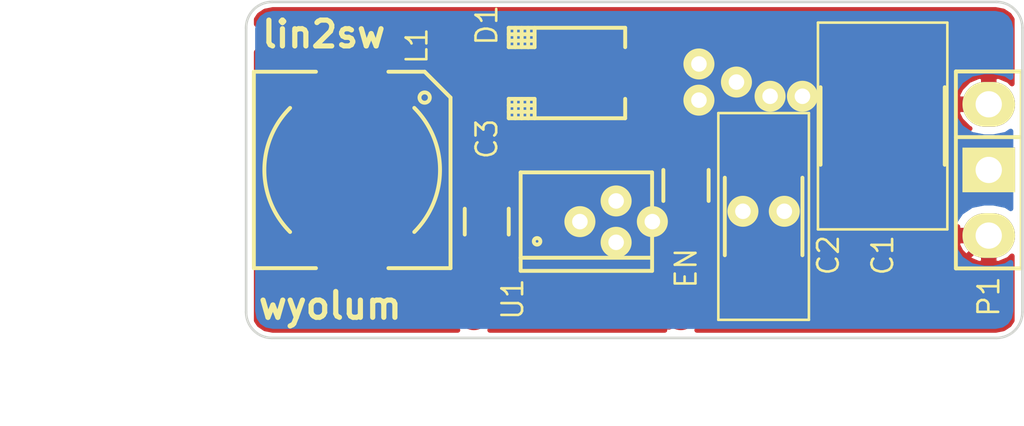
<source format=kicad_pcb>
(kicad_pcb (version 4) (host pcbnew "(2015-07-01 BZR 5850)-product")

  (general
    (links 30)
    (no_connects 0)
    (area 24.949999 24.949999 55.050001 38.050001)
    (thickness 1.6)
    (drawings 12)
    (tracks 79)
    (zones 0)
    (modules 21)
    (nets 7)
  )

  (page A4)
  (layers
    (0 F.Cu signal hide)
    (31 B.Cu signal hide)
    (32 B.Adhes user)
    (33 F.Adhes user)
    (34 B.Paste user)
    (35 F.Paste user)
    (36 B.SilkS user)
    (37 F.SilkS user)
    (38 B.Mask user hide)
    (39 F.Mask user)
    (40 Dwgs.User user)
    (41 Cmts.User user)
    (42 Eco1.User user)
    (43 Eco2.User user)
    (44 Edge.Cuts user)
    (45 Margin user)
    (46 B.CrtYd user)
    (47 F.CrtYd user)
    (48 B.Fab user)
    (49 F.Fab user)
  )

  (setup
    (last_trace_width 0.25)
    (trace_clearance 0.2)
    (zone_clearance 0.3)
    (zone_45_only yes)
    (trace_min 0.2)
    (segment_width 0.2)
    (edge_width 0.1)
    (via_size 0.6)
    (via_drill 0.4)
    (via_min_size 0.4)
    (via_min_drill 0.3)
    (uvia_size 0.3)
    (uvia_drill 0.1)
    (uvias_allowed no)
    (uvia_min_size 0.2)
    (uvia_min_drill 0.1)
    (pcb_text_width 0.3)
    (pcb_text_size 1.5 1.5)
    (mod_edge_width 0.15)
    (mod_text_size 0.8 0.8)
    (mod_text_width 0.1)
    (pad_size 1.7272 2.032)
    (pad_drill 1.016)
    (pad_to_mask_clearance 0)
    (aux_axis_origin 0 0)
    (visible_elements FFFFFF7F)
    (pcbplotparams
      (layerselection 0x00030_80000001)
      (usegerberextensions false)
      (excludeedgelayer true)
      (linewidth 0.050000)
      (plotframeref false)
      (viasonmask false)
      (mode 1)
      (useauxorigin false)
      (hpglpennumber 1)
      (hpglpenspeed 20)
      (hpglpendiameter 15)
      (hpglpenoverlay 2)
      (psnegative false)
      (psa4output false)
      (plotreference true)
      (plotvalue true)
      (plotinvisibletext false)
      (padsonsilk false)
      (subtractmaskfromsilk false)
      (outputformat 1)
      (mirror false)
      (drillshape 1)
      (scaleselection 1)
      (outputdirectory ""))
  )

  (net 0 "")
  (net 1 /CB)
  (net 2 /Vout)
  (net 3 "Net-(U1-Pad5)")
  (net 4 /GND)
  (net 5 /Vin)
  (net 6 /Vsw)

  (net_class Default "This is the default net class."
    (clearance 0.2)
    (trace_width 0.25)
    (via_dia 0.6)
    (via_drill 0.4)
    (uvia_dia 0.3)
    (uvia_drill 0.1)
    (add_net /CB)
    (add_net /GND)
    (add_net /Vin)
    (add_net /Vout)
    (add_net /Vsw)
    (add_net "Net-(U1-Pad5)")
  )

  (module lin2sw:via01 (layer F.Cu) (tedit 55DEF2D6) (tstamp 55DEF47E)
    (at 46.5 28.65)
    (fp_text reference REF** (at 0 1.25) (layer F.SilkS) hide
      (effects (font (size 0.8 0.8) (thickness 0.1)))
    )
    (fp_text value via01 (at 0 -1.5) (layer F.Fab) hide
      (effects (font (size 0.8 0.8) (thickness 0.1)))
    )
    (pad 1 thru_hole circle (at 0 0) (size 1.2 1.2) (drill 0.6) (layers *.Cu *.Mask F.SilkS)
      (net 4 /GND))
  )

  (module lin2sw:via01 (layer F.Cu) (tedit 55DEF2D6) (tstamp 55DEF441)
    (at 42.5 28.8)
    (fp_text reference REF** (at 0 1.25) (layer F.SilkS) hide
      (effects (font (size 0.8 0.8) (thickness 0.1)))
    )
    (fp_text value via01 (at 0 -1.5) (layer F.Fab) hide
      (effects (font (size 0.8 0.8) (thickness 0.1)))
    )
    (pad 1 thru_hole circle (at 0 0) (size 1.2 1.2) (drill 0.6) (layers *.Cu *.Mask F.SilkS)
      (net 4 /GND))
  )

  (module lin2sw:via01 (layer F.Cu) (tedit 55DEF2D6) (tstamp 55DEF43C)
    (at 42.5 27.4)
    (fp_text reference REF** (at 0 1.25) (layer F.SilkS) hide
      (effects (font (size 0.8 0.8) (thickness 0.1)))
    )
    (fp_text value via01 (at 0 -1.5) (layer F.Fab) hide
      (effects (font (size 0.8 0.8) (thickness 0.1)))
    )
    (pad 1 thru_hole circle (at 0 0) (size 1.2 1.2) (drill 0.6) (layers *.Cu *.Mask F.SilkS)
      (net 4 /GND))
  )

  (module lin2sw:via01 (layer F.Cu) (tedit 55DEF2D6) (tstamp 55DEF437)
    (at 44.2 33.1)
    (fp_text reference REF** (at 0 1.25) (layer F.SilkS) hide
      (effects (font (size 0.8 0.8) (thickness 0.1)))
    )
    (fp_text value via01 (at 0 -1.5) (layer F.Fab) hide
      (effects (font (size 0.8 0.8) (thickness 0.1)))
    )
    (pad 1 thru_hole circle (at 0 0) (size 1.2 1.2) (drill 0.6) (layers *.Cu *.Mask F.SilkS)
      (net 4 /GND))
  )

  (module lin2sw:via01 (layer F.Cu) (tedit 55DEF2D6) (tstamp 55DEF3FF)
    (at 45.25 28.65)
    (fp_text reference REF** (at 0 1.25) (layer F.SilkS) hide
      (effects (font (size 0.8 0.8) (thickness 0.1)))
    )
    (fp_text value via01 (at 0 -1.5) (layer F.Fab) hide
      (effects (font (size 0.8 0.8) (thickness 0.1)))
    )
    (pad 1 thru_hole circle (at 0 0) (size 1.2 1.2) (drill 0.6) (layers *.Cu *.Mask F.SilkS)
      (net 4 /GND))
  )

  (module lin2sw:via01 (layer F.Cu) (tedit 55DEF2D6) (tstamp 55DEF3FA)
    (at 43.95 28.1)
    (fp_text reference REF** (at 0 1.25) (layer F.SilkS) hide
      (effects (font (size 0.8 0.8) (thickness 0.1)))
    )
    (fp_text value via01 (at 0 -1.5) (layer F.Fab) hide
      (effects (font (size 0.8 0.8) (thickness 0.1)))
    )
    (pad 1 thru_hole circle (at 0 0) (size 1.2 1.2) (drill 0.6) (layers *.Cu *.Mask F.SilkS)
      (net 4 /GND))
  )

  (module lin2sw:via01 (layer F.Cu) (tedit 55DEF2D6) (tstamp 55DEF3F5)
    (at 45.8 33.1)
    (fp_text reference REF** (at 0 1.25) (layer F.SilkS) hide
      (effects (font (size 0.8 0.8) (thickness 0.1)))
    )
    (fp_text value via01 (at 0 -1.5) (layer F.Fab) hide
      (effects (font (size 0.8 0.8) (thickness 0.1)))
    )
    (pad 1 thru_hole circle (at 0 0) (size 1.2 1.2) (drill 0.6) (layers *.Cu *.Mask F.SilkS)
      (net 4 /GND))
  )

  (module lin2sw:via01 (layer F.Cu) (tedit 55DEF2D6) (tstamp 55DEF3F0)
    (at 40.7 33.5)
    (fp_text reference REF** (at 0 1.25) (layer F.SilkS) hide
      (effects (font (size 0.8 0.8) (thickness 0.1)))
    )
    (fp_text value via01 (at 0 -1.5) (layer F.Fab) hide
      (effects (font (size 0.8 0.8) (thickness 0.1)))
    )
    (pad 1 thru_hole circle (at 0 0) (size 1.2 1.2) (drill 0.6) (layers *.Cu *.Mask F.SilkS)
      (net 4 /GND))
  )

  (module lin2sw:via01 (layer F.Cu) (tedit 55DEF2D6) (tstamp 55DEF3EB)
    (at 39.3 32.7)
    (fp_text reference REF** (at 0 1.25) (layer F.SilkS) hide
      (effects (font (size 0.8 0.8) (thickness 0.1)))
    )
    (fp_text value via01 (at 0 -1.5) (layer F.Fab) hide
      (effects (font (size 0.8 0.8) (thickness 0.1)))
    )
    (pad 1 thru_hole circle (at 0 0) (size 1.2 1.2) (drill 0.6) (layers *.Cu *.Mask F.SilkS)
      (net 4 /GND))
  )

  (module lin2sw:via01 (layer F.Cu) (tedit 55DEF2D6) (tstamp 55DEF3E0)
    (at 37.9 33.5)
    (fp_text reference REF** (at 0 1.25) (layer F.SilkS) hide
      (effects (font (size 0.8 0.8) (thickness 0.1)))
    )
    (fp_text value via01 (at 0 -1.5) (layer F.Fab) hide
      (effects (font (size 0.8 0.8) (thickness 0.1)))
    )
    (pad 1 thru_hole circle (at 0 0) (size 1.2 1.2) (drill 0.6) (layers *.Cu *.Mask F.SilkS)
      (net 4 /GND))
  )

  (module lin2sw:via02 (layer F.Cu) (tedit 55DEF277) (tstamp 55DEF2EC)
    (at 41.8 37.1)
    (fp_text reference REF** (at 0 1.25) (layer F.SilkS) hide
      (effects (font (size 0.8 0.8) (thickness 0.1)))
    )
    (fp_text value via02 (at 0 -1.5) (layer F.Fab) hide
      (effects (font (size 0.8 0.8) (thickness 0.1)))
    )
    (pad 1 smd circle (at 0 0) (size 1.2 1.2) (layers F.Cu F.Paste F.Mask)
      (net 2 /Vout))
  )

  (module lin2sw:C_2917_HandSoldering (layer F.Cu) (tedit 55DEF61C) (tstamp 55DED561)
    (at 49.6 29.8 270)
    (descr "Capacitor SMD 2225, hand soldering")
    (tags "capacitor 2225")
    (path /55DEB68C)
    (attr smd)
    (fp_text reference C1 (at 5 0 270) (layer F.SilkS)
      (effects (font (size 0.8 0.8) (thickness 0.1)))
    )
    (fp_text value "15uF 50V" (at 0 4.7 270) (layer F.SilkS) hide
      (effects (font (size 0.8 0.8) (thickness 0.1)))
    )
    (fp_line (start 4 -2.5) (end 4 2.5) (layer F.SilkS) (width 0.1))
    (fp_line (start 4 2.5) (end -4 2.5) (layer F.SilkS) (width 0.1))
    (fp_line (start -4 2.5) (end -4 -2.5) (layer F.SilkS) (width 0.1))
    (fp_line (start -4 -2.5) (end 4 -2.5) (layer F.SilkS) (width 0.1))
    (fp_line (start 1.5 -2.4) (end -1.5 -2.4) (layer F.SilkS) (width 0.15))
    (fp_line (start -1.5 2.4) (end 1.5 2.4) (layer F.SilkS) (width 0.15))
    (pad 1 smd rect (at -2.54 0 270) (size 2.4 4.3) (layers F.Cu F.Paste F.Mask)
      (net 5 /Vin))
    (pad 2 smd rect (at 2.54 0 270) (size 2.4 4.3) (layers F.Cu F.Paste F.Mask)
      (net 4 /GND))
    (model Capacitors_SMD/C_2225_HandSoldering.wrl
      (at (xyz 0 0 0))
      (scale (xyz 1 1 1))
      (rotate (xyz 0 0 0))
    )
  )

  (module lin2sw:C_2312_HandSoldering (layer F.Cu) (tedit 55DEF629) (tstamp 55DED56C)
    (at 45 33.3 90)
    (descr "Capacitor SMD 2225, hand soldering")
    (tags "capacitor 2225")
    (path /55DEB808)
    (attr smd)
    (fp_text reference C2 (at -1.5 2.5 90) (layer F.SilkS)
      (effects (font (size 0.8 0.8) (thickness 0.1)))
    )
    (fp_text value "68uF 16V" (at 0 4.7 90) (layer F.SilkS) hide
      (effects (font (size 0.8 0.8) (thickness 0.1)))
    )
    (fp_line (start -4 -1.75) (end 4 -1.75) (layer F.SilkS) (width 0.1))
    (fp_line (start 4 -1.75) (end 4 1.75) (layer F.SilkS) (width 0.1))
    (fp_line (start 4 1.75) (end -4 1.75) (layer F.SilkS) (width 0.1))
    (fp_line (start -4 1.75) (end -4 -1.75) (layer F.SilkS) (width 0.1))
    (fp_line (start 1.5 -1.5) (end -1.5 -1.5) (layer F.SilkS) (width 0.15))
    (fp_line (start -1.5 1.5) (end 1.5 1.5) (layer F.SilkS) (width 0.15))
    (pad 1 smd rect (at -2.57 0 90) (size 2.77 2.35) (layers F.Cu F.Paste F.Mask)
      (net 2 /Vout))
    (pad 2 smd rect (at 2.57 0 90) (size 2.77 2.35) (layers F.Cu F.Paste F.Mask)
      (net 4 /GND))
    (model Capacitors_SMD/C_2225_HandSoldering.wrl
      (at (xyz 0 0 0))
      (scale (xyz 1 1 1))
      (rotate (xyz 0 0 0))
    )
  )

  (module lin2sw:C_0805_HandSoldering (layer F.Cu) (tedit 55DEF64A) (tstamp 55DED577)
    (at 34.3 33.5 270)
    (descr "Capacitor SMD 0805, hand soldering")
    (tags "capacitor 0805")
    (path /55DEB932)
    (attr smd)
    (fp_text reference C3 (at -3.2 0 270) (layer F.SilkS)
      (effects (font (size 0.8 0.8) (thickness 0.1)))
    )
    (fp_text value 10nF (at 0 2.1 270) (layer F.SilkS) hide
      (effects (font (size 0.8 0.8) (thickness 0.1)))
    )
    (fp_line (start -2.3 -1) (end 2.3 -1) (layer F.CrtYd) (width 0.05))
    (fp_line (start -2.3 1) (end 2.3 1) (layer F.CrtYd) (width 0.05))
    (fp_line (start -2.3 -1) (end -2.3 1) (layer F.CrtYd) (width 0.05))
    (fp_line (start 2.3 -1) (end 2.3 1) (layer F.CrtYd) (width 0.05))
    (fp_line (start 0.5 -0.85) (end -0.5 -0.85) (layer F.SilkS) (width 0.15))
    (fp_line (start -0.5 0.85) (end 0.5 0.85) (layer F.SilkS) (width 0.15))
    (pad 1 smd rect (at -1.25 0 270) (size 1.5 1.25) (layers F.Cu F.Paste F.Mask)
      (net 6 /Vsw))
    (pad 2 smd rect (at 1.25 0 270) (size 1.5 1.25) (layers F.Cu F.Paste F.Mask)
      (net 1 /CB))
    (model Capacitors_SMD/C_0805_HandSoldering.wrl
      (at (xyz 0 0 0))
      (scale (xyz 1 1 1))
      (rotate (xyz 0 0 0))
    )
  )

  (module lin2sw:Pin_Header_Straight_1x03 (layer F.Cu) (tedit 55DEFA71) (tstamp 55DED5B1)
    (at 53.7 31.5 270)
    (descr "Through hole pin header")
    (tags "pin header")
    (path /55DEBC55)
    (fp_text reference P1 (at 4.9 0 270) (layer F.SilkS)
      (effects (font (size 0.8 0.8) (thickness 0.1)))
    )
    (fp_text value TO220 (at 0 0 270) (layer F.SilkS) hide
      (effects (font (size 0.8 0.8) (thickness 0.1)))
    )
    (fp_line (start -1.27 1.27) (end 3.81 1.27) (layer F.SilkS) (width 0.15))
    (fp_line (start 3.81 1.27) (end 3.81 -1.27) (layer F.SilkS) (width 0.15))
    (fp_line (start 3.81 -1.27) (end -1.27 -1.27) (layer F.SilkS) (width 0.15))
    (fp_line (start -3.81 -1.27) (end -1.27 -1.27) (layer F.SilkS) (width 0.15))
    (fp_line (start -1.27 -1.27) (end -1.27 1.27) (layer F.SilkS) (width 0.15))
    (fp_line (start -3.81 -1.27) (end -3.81 1.27) (layer F.SilkS) (width 0.15))
    (fp_line (start -3.81 1.27) (end -1.27 1.27) (layer F.SilkS) (width 0.15))
    (pad 1 thru_hole oval (at -2.54 0 270) (size 1.7272 2.032) (drill 1.016) (layers *.Cu *.Mask F.SilkS)
      (net 5 /Vin))
    (pad 2 thru_hole rect (at 0 0 270) (size 1.7272 2.032) (drill 1.016) (layers *.Cu *.Mask F.SilkS)
      (net 4 /GND))
    (pad 3 thru_hole oval (at 2.54 0 270) (size 1.7272 2.032) (drill 1.016) (layers *.Cu *.Mask F.SilkS)
      (net 2 /Vout))
    (model Pin_Headers/Pin_Header_Straight_1x03.wrl
      (at (xyz 0 0 0))
      (scale (xyz 1 1 1))
      (rotate (xyz 0 0 0))
    )
  )

  (module lin2sw:SO-8 (layer F.Cu) (tedit 55DEF681) (tstamp 55DED5BE)
    (at 38.15 33.5)
    (descr "SO-8 Surface Mount Small Outline 150mil 8pin Package")
    (tags "Power Integrations D Package")
    (path /55DEB664)
    (fp_text reference U1 (at -2.85 3 90) (layer F.SilkS)
      (effects (font (size 0.8 0.8) (thickness 0.1)))
    )
    (fp_text value LM2675-5.0 (at 0 0) (layer F.SilkS) hide
      (effects (font (size 0.8 0.8) (thickness 0.1)))
    )
    (fp_circle (center -1.905 0.762) (end -1.778 0.762) (layer F.SilkS) (width 0.15))
    (fp_line (start -2.54 1.397) (end 2.54 1.397) (layer F.SilkS) (width 0.15))
    (fp_line (start -2.54 -1.905) (end 2.54 -1.905) (layer F.SilkS) (width 0.15))
    (fp_line (start -2.54 1.905) (end 2.54 1.905) (layer F.SilkS) (width 0.15))
    (fp_line (start -2.54 1.905) (end -2.54 -1.905) (layer F.SilkS) (width 0.15))
    (fp_line (start 2.54 1.905) (end 2.54 -1.905) (layer F.SilkS) (width 0.15))
    (pad 1 smd oval (at -1.905 2.794) (size 0.6096 1.4732) (layers F.Cu F.Paste F.Mask)
      (net 1 /CB))
    (pad 2 smd oval (at -0.635 2.794) (size 0.6096 1.4732) (layers F.Cu F.Paste F.Mask)
      (net 4 /GND))
    (pad 3 smd oval (at 0.635 2.794) (size 0.6096 1.4732) (layers F.Cu F.Paste F.Mask)
      (net 4 /GND))
    (pad 4 smd oval (at 1.905 2.794) (size 0.6096 1.4732) (layers F.Cu F.Paste F.Mask)
      (net 2 /Vout))
    (pad 5 smd oval (at 1.905 -2.794) (size 0.6096 1.4732) (layers F.Cu F.Paste F.Mask)
      (net 3 "Net-(U1-Pad5)"))
    (pad 6 smd oval (at 0.635 -2.794) (size 0.6096 1.4732) (layers F.Cu F.Paste F.Mask)
      (net 4 /GND))
    (pad 7 smd oval (at -0.635 -2.794) (size 0.6096 1.4732) (layers F.Cu F.Paste F.Mask)
      (net 5 /Vin))
    (pad 8 smd oval (at -1.905 -2.794) (size 0.6096 1.4732) (layers F.Cu F.Paste F.Mask)
      (net 6 /Vsw))
  )

  (module lin2sw:R_0805_HandSoldering (layer F.Cu) (tedit 55DEF644) (tstamp 55DED5CF)
    (at 42 32.1 270)
    (descr "Resistor SMD 0805, hand soldering")
    (tags "resistor 0805")
    (path /55DEC324)
    (attr smd)
    (fp_text reference W1 (at 3.2 -0.4 270) (layer F.SilkS) hide
      (effects (font (size 0.8 0.8) (thickness 0.1)))
    )
    (fp_text value EN (at 3.2 0 270) (layer F.SilkS)
      (effects (font (size 0.8 0.8) (thickness 0.1)))
    )
    (fp_line (start -2.4 -1) (end 2.4 -1) (layer F.CrtYd) (width 0.05))
    (fp_line (start -2.4 1) (end 2.4 1) (layer F.CrtYd) (width 0.05))
    (fp_line (start -2.4 -1) (end -2.4 1) (layer F.CrtYd) (width 0.05))
    (fp_line (start 2.4 -1) (end 2.4 1) (layer F.CrtYd) (width 0.05))
    (fp_line (start 0.6 0.875) (end -0.6 0.875) (layer F.SilkS) (width 0.15))
    (fp_line (start -0.6 -0.875) (end 0.6 -0.875) (layer F.SilkS) (width 0.15))
    (pad 1 smd rect (at -1.35 0 270) (size 1.5 1.3) (layers F.Cu F.Paste F.Mask)
      (net 3 "Net-(U1-Pad5)"))
    (pad 2 smd rect (at 1.35 0 270) (size 1.5 1.3) (layers F.Cu F.Paste F.Mask)
      (net 4 /GND))
    (model Resistors_SMD/R_0805_HandSoldering.wrl
      (at (xyz 0 0 0))
      (scale (xyz 1 1 1))
      (rotate (xyz 0 0 0))
    )
  )

  (module lin2sw:Choke_SMD_Pulse-PE1167 (layer F.Cu) (tedit 55DEF60B) (tstamp 55DEDACE)
    (at 29.1 31.5 270)
    (descr "Choke, Drossel, WE-PD, Typ M, Typ S, Wuerth, SMD, Handsoldering,")
    (tags "Choke, Drossel, WE-PD, Typ M, Typ S, Wuerth, SMD, Handsoldering,")
    (path /55DEB8DF)
    (attr smd)
    (fp_text reference L1 (at -4.8 -2.5 270) (layer F.SilkS)
      (effects (font (size 0.8 0.8) (thickness 0.1)))
    )
    (fp_text value 33uH (at 0 8.89 270) (layer F.SilkS) hide
      (effects (font (size 0.8 0.8) (thickness 0.1)))
    )
    (fp_arc (start 0 0) (end 2.4 2.4) (angle 90) (layer F.SilkS) (width 0.15))
    (fp_arc (start 0 0) (end -2.4 -2.4) (angle 90) (layer F.SilkS) (width 0.15))
    (fp_line (start -2.8 -3.8) (end 3.8 -3.8) (layer F.SilkS) (width 0.15))
    (fp_line (start -3.8 -2.8) (end -3.8 -1.4) (layer F.SilkS) (width 0.15))
    (fp_line (start -3.8 -2.8) (end -2.8 -3.8) (layer F.SilkS) (width 0.15))
    (fp_circle (center -2.8 -2.8) (end -3 -2.8) (layer F.SilkS) (width 0.15))
    (fp_line (start -3.8 1.4) (end -3.8 3.8) (layer F.SilkS) (width 0.15))
    (fp_line (start -3.8 3.8) (end 3.8 3.8) (layer F.SilkS) (width 0.15))
    (fp_line (start 3.8 3.8) (end 3.8 1.4) (layer F.SilkS) (width 0.15))
    (fp_line (start 3.8 -3.8) (end 3.8 -1.4) (layer F.SilkS) (width 0.15))
    (pad 1 smd rect (at -3.65 0 270) (size 1.15 2.15) (layers F.Cu F.Paste F.Mask)
      (net 6 /Vsw))
    (pad 2 smd rect (at 3.65 0 270) (size 1.15 2.15) (layers F.Cu F.Paste F.Mask)
      (net 2 /Vout))
  )

  (module lin2sw:Diode-SMA_Handsoldering (layer F.Cu) (tedit 55DEF653) (tstamp 55DED57C)
    (at 37.4 27.75 180)
    (descr "Diode SMA Handsoldering")
    (tags "Diode SMA Handsoldering")
    (path /55DEBAFF)
    (attr smd)
    (fp_text reference D1 (at 3.1 1.85 270) (layer F.SilkS)
      (effects (font (size 0.8 0.8) (thickness 0.1)))
    )
    (fp_text value SK35 (at 0 3.81 180) (layer F.SilkS) hide
      (effects (font (size 0.8 0.8) (thickness 0.1)))
    )
    (fp_line (start 2.25 -1.25) (end 1.25 -1.25) (layer F.SilkS) (width 0.15))
    (fp_line (start 1.25 -1.5) (end 2.25 -1.5) (layer F.SilkS) (width 0.15))
    (fp_line (start 1.5 -1) (end 1.5 -1.75) (layer F.SilkS) (width 0.15))
    (fp_line (start 1.75 -1.75) (end 1.75 -1) (layer F.SilkS) (width 0.15))
    (fp_line (start 2 -1) (end 2 -1.75) (layer F.SilkS) (width 0.15))
    (fp_line (start 2 1.75) (end 2 1) (layer F.SilkS) (width 0.15))
    (fp_line (start 1.75 1) (end 1.75 1.75) (layer F.SilkS) (width 0.15))
    (fp_line (start 1.5 1.75) (end 1.5 1) (layer F.SilkS) (width 0.15))
    (fp_line (start 2.25 1.5) (end 1.25 1.5) (layer F.SilkS) (width 0.15))
    (fp_line (start 1.25 1.25) (end 2.25 1.25) (layer F.SilkS) (width 0.15))
    (fp_line (start 2.25 1) (end 1.5 1) (layer F.SilkS) (width 0.15))
    (fp_line (start 1.5 1) (end 1.25 1) (layer F.SilkS) (width 0.15))
    (fp_line (start 1.25 1) (end 1.25 1.75) (layer F.SilkS) (width 0.15))
    (fp_line (start 2.25 -1.75) (end 2.25 -1) (layer F.SilkS) (width 0.15))
    (fp_line (start 2.25 -1) (end 1.25 -1) (layer F.SilkS) (width 0.15))
    (fp_line (start 1.25 -1) (end 1.25 -1.75) (layer F.SilkS) (width 0.15))
    (fp_line (start 2.25 1.75) (end 2.25 1) (layer F.SilkS) (width 0.15))
    (fp_line (start -2.25 1.75) (end 2.25 1.75) (layer F.SilkS) (width 0.15))
    (fp_line (start -2.25 1) (end -2.25 1.75) (layer F.SilkS) (width 0.15))
    (fp_line (start 2.25 -1.75) (end -2.25 -1.75) (layer F.SilkS) (width 0.15))
    (fp_line (start -2.25 -1) (end -2.25 -1.75) (layer F.SilkS) (width 0.15))
    (fp_text user A (at -3.29946 1.6002 180) (layer F.SilkS) hide
      (effects (font (size 1 1) (thickness 0.15)))
    )
    (fp_text user K (at 2.99974 1.69926 180) (layer F.SilkS) hide
      (effects (font (size 1 1) (thickness 0.15)))
    )
    (pad 1 smd rect (at -2.49936 0 180) (size 3.50012 1.80086) (layers F.Cu F.Paste F.Mask)
      (net 4 /GND))
    (pad 2 smd rect (at 2.49936 0 180) (size 3.50012 1.80086) (layers F.Cu F.Paste F.Mask)
      (net 6 /Vsw))
    (model Diodes_SMD/Diode-SMA_Handsoldering.wrl
      (at (xyz 0 0 0))
      (scale (xyz 0.3937 0.3937 0.3937))
      (rotate (xyz 0 0 0))
    )
  )

  (module lin2sw:via02 (layer F.Cu) (tedit 55DEF271) (tstamp 55DEF2DE)
    (at 33.8 37.1)
    (fp_text reference REF** (at 0 1.25) (layer F.SilkS) hide
      (effects (font (size 0.8 0.8) (thickness 0.1)))
    )
    (fp_text value via02 (at 0 -1.5) (layer F.Fab) hide
      (effects (font (size 0.8 0.8) (thickness 0.1)))
    )
    (pad 1 smd circle (at 0 0) (size 1.2 1.2) (layers F.Cu F.Paste F.Mask)
      (net 2 /Vout))
  )

  (module lin2sw:via01 (layer F.Cu) (tedit 55DEF2D6) (tstamp 55DEF3CD)
    (at 39.3 34.3)
    (fp_text reference REF** (at 0 1.25) (layer F.SilkS) hide
      (effects (font (size 0.8 0.8) (thickness 0.1)))
    )
    (fp_text value via01 (at 0 -1.5) (layer F.Fab) hide
      (effects (font (size 0.8 0.8) (thickness 0.1)))
    )
    (pad 1 thru_hole circle (at 0 0) (size 1.2 1.2) (drill 0.6) (layers *.Cu *.Mask F.SilkS)
      (net 4 /GND))
  )

  (gr_text lin2sw (at 28 26.25) (layer F.SilkS)
    (effects (font (size 1 1) (thickness 0.2)))
  )
  (gr_text wyolum (at 28.25 36.75) (layer F.SilkS)
    (effects (font (size 1 1) (thickness 0.2)))
  )
  (dimension 30 (width 0.15) (layer Dwgs.User)
    (gr_text "30 mm" (at 40 42.099999) (layer Dwgs.User)
      (effects (font (size 1.5 1.5) (thickness 0.15)))
    )
    (feature1 (pts (xy 55 38.5) (xy 55 43.449999)))
    (feature2 (pts (xy 25 38.5) (xy 25 43.449999)))
    (crossbar (pts (xy 25 40.749999) (xy 55 40.749999)))
    (arrow1a (pts (xy 55 40.749999) (xy 53.873496 41.33642)))
    (arrow1b (pts (xy 55 40.749999) (xy 53.873496 40.163578)))
    (arrow2a (pts (xy 25 40.749999) (xy 26.126504 41.33642)))
    (arrow2b (pts (xy 25 40.749999) (xy 26.126504 40.163578)))
  )
  (dimension 13 (width 0.15) (layer Dwgs.User)
    (gr_text "13 mm" (at 21.400001 31.5 270) (layer Dwgs.User)
      (effects (font (size 1.5 1.5) (thickness 0.15)))
    )
    (feature1 (pts (xy 24.5 38) (xy 20.050001 38)))
    (feature2 (pts (xy 24.5 25) (xy 20.050001 25)))
    (crossbar (pts (xy 22.750001 25) (xy 22.750001 38)))
    (arrow1a (pts (xy 22.750001 38) (xy 22.16358 36.873496)))
    (arrow1b (pts (xy 22.750001 38) (xy 23.336422 36.873496)))
    (arrow2a (pts (xy 22.750001 25) (xy 22.16358 26.126504)))
    (arrow2b (pts (xy 22.750001 25) (xy 23.336422 26.126504)))
  )
  (gr_line (start 25 37) (end 25 26) (angle 90) (layer Edge.Cuts) (width 0.1))
  (gr_line (start 54 38) (end 26 38) (angle 90) (layer Edge.Cuts) (width 0.1))
  (gr_line (start 55 26) (end 55 37) (angle 90) (layer Edge.Cuts) (width 0.1))
  (gr_line (start 26 25) (end 54 25) (angle 90) (layer Edge.Cuts) (width 0.1))
  (gr_arc (start 54 26) (end 54 25) (angle 90) (layer Edge.Cuts) (width 0.1))
  (gr_arc (start 54 37) (end 55 37) (angle 90) (layer Edge.Cuts) (width 0.1))
  (gr_arc (start 26 37) (end 26 38) (angle 90) (layer Edge.Cuts) (width 0.1))
  (gr_arc (start 26 26) (end 25 26) (angle 90) (layer Edge.Cuts) (width 0.1))

  (segment (start 34.3 34.75) (end 35.85 34.75) (width 0.25) (layer F.Cu) (net 1) (status 10))
  (segment (start 36.245 35.145) (end 36.245 36.294) (width 0.25) (layer F.Cu) (net 1) (tstamp 55DEE123))
  (segment (start 35.85 34.75) (end 36.245 35.145) (width 0.25) (layer F.Cu) (net 1) (tstamp 55DEE122))
  (segment (start 33.8 37.1) (end 34.2 37.1) (width 0.25) (layer F.Cu) (net 2) (status 30))
  (segment (start 34.2 37.1) (end 35.45 37.55) (width 0.25) (layer F.Cu) (net 2) (tstamp 55DEF31B) (status 10))
  (segment (start 41.35 37.55) (end 41.8 37.1) (width 0.25) (layer F.Cu) (net 2) (tstamp 55DEF31D))
  (segment (start 35.45 37.55) (end 41.35 37.55) (width 0.25) (layer F.Cu) (net 2) (tstamp 55DEF31C))
  (segment (start 33.8 37.1) (end 33.3 37.1) (width 0.25) (layer F.Cu) (net 2) (status 10))
  (segment (start 31.35 35.15) (end 29.1 35.15) (width 0.25) (layer F.Cu) (net 2) (tstamp 55DEF316))
  (segment (start 33.3 37.1) (end 31.35 35.15) (width 0.25) (layer F.Cu) (net 2) (tstamp 55DEF314))
  (segment (start 41.8 37.1) (end 41.8 36.294) (width 0.25) (layer F.Cu) (net 2))
  (segment (start 49.4 35.87) (end 51.87 35.87) (width 0.25) (layer F.Cu) (net 2))
  (segment (start 51.87 35.87) (end 53.7 34.04) (width 0.25) (layer F.Cu) (net 2) (tstamp 55DEEA8D))
  (segment (start 40.055 36.294) (end 41.8 36.294) (width 0.25) (layer F.Cu) (net 2))
  (segment (start 41.8 36.294) (end 44.576 36.294) (width 0.25) (layer F.Cu) (net 2) (tstamp 55DEF312))
  (segment (start 44.576 36.294) (end 45 35.87) (width 0.25) (layer F.Cu) (net 2) (tstamp 55DEE976))
  (segment (start 45 35.87) (end 49.4 35.87) (width 0.25) (layer F.Cu) (net 2))
  (segment (start 40.055 30.706) (end 41.956 30.706) (width 0.25) (layer F.Cu) (net 3))
  (segment (start 41.956 30.706) (end 42 30.75) (width 0.25) (layer F.Cu) (net 3) (tstamp 55DEE94F))
  (segment (start 45.25 28.65) (end 46.5 28.65) (width 0.25) (layer F.Cu) (net 4))
  (segment (start 45.25 28.65) (end 45.25 30.48) (width 0.25) (layer F.Cu) (net 4))
  (segment (start 45.25 30.48) (end 45 30.73) (width 0.25) (layer F.Cu) (net 4) (tstamp 55DEF4D0))
  (segment (start 43.95 28.1) (end 44.7 28.1) (width 0.25) (layer F.Cu) (net 4))
  (segment (start 44.7 28.1) (end 45.25 28.65) (width 0.25) (layer F.Cu) (net 4) (tstamp 55DEF4CD))
  (segment (start 42.5 28.8) (end 43.25 28.8) (width 0.25) (layer F.Cu) (net 4))
  (segment (start 43.25 28.8) (end 43.95 28.1) (width 0.25) (layer F.Cu) (net 4) (tstamp 55DEF4CA))
  (segment (start 42.5 27.4) (end 42.5 28.8) (width 0.25) (layer F.Cu) (net 4))
  (segment (start 39.89936 27.75) (end 42.15 27.75) (width 0.25) (layer F.Cu) (net 4))
  (segment (start 42.15 27.75) (end 42.5 27.4) (width 0.25) (layer F.Cu) (net 4) (tstamp 55DEF4C5))
  (segment (start 45 30.73) (end 45 33.1) (width 0.25) (layer F.Cu) (net 4))
  (segment (start 44.2 33.1) (end 45 33.1) (width 0.25) (layer F.Cu) (net 4))
  (segment (start 45 33.1) (end 45.8 33.1) (width 0.25) (layer F.Cu) (net 4) (tstamp 55DEF4C3))
  (segment (start 44.2 33.1) (end 43.4 33.1) (width 0.25) (layer F.Cu) (net 4))
  (segment (start 43.05 33.45) (end 42 33.45) (width 0.25) (layer F.Cu) (net 4) (tstamp 55DEF4BC))
  (segment (start 43.4 33.1) (end 43.05 33.45) (width 0.25) (layer F.Cu) (net 4) (tstamp 55DEF4BB))
  (segment (start 40.7 33.5) (end 41.95 33.5) (width 0.25) (layer F.Cu) (net 4))
  (segment (start 41.95 33.5) (end 42 33.45) (width 0.25) (layer F.Cu) (net 4) (tstamp 55DEF4B8))
  (segment (start 39.3 32.7) (end 39.9 32.7) (width 0.25) (layer F.Cu) (net 4))
  (segment (start 39.9 32.7) (end 40.7 33.5) (width 0.25) (layer F.Cu) (net 4) (tstamp 55DEF4B5))
  (segment (start 39.3 34.3) (end 39.9 34.3) (width 0.25) (layer F.Cu) (net 4))
  (segment (start 39.9 34.3) (end 40.7 33.5) (width 0.25) (layer F.Cu) (net 4) (tstamp 55DEF4B2))
  (segment (start 37.9 33.5) (end 38.5 33.5) (width 0.25) (layer F.Cu) (net 4))
  (segment (start 38.5 33.5) (end 39.3 32.7) (width 0.25) (layer F.Cu) (net 4) (tstamp 55DEF4AE))
  (segment (start 38.785 36.294) (end 38.785 34.815) (width 0.25) (layer F.Cu) (net 4))
  (segment (start 38.785 34.815) (end 39.3 34.3) (width 0.25) (layer F.Cu) (net 4) (tstamp 55DEF4A8))
  (segment (start 37.515 36.294) (end 37.515 34.685) (width 0.25) (layer F.Cu) (net 4))
  (segment (start 37.9 34.3) (end 37.9 33.5) (width 0.25) (layer F.Cu) (net 4) (tstamp 55DEF4A5))
  (segment (start 37.515 34.685) (end 37.9 34.3) (width 0.25) (layer F.Cu) (net 4) (tstamp 55DEF4A1))
  (segment (start 53.7 31.5) (end 52.6 31.5) (width 0.25) (layer F.Cu) (net 4) (status 10))
  (segment (start 51.76 32.34) (end 49.6 32.34) (width 0.25) (layer F.Cu) (net 4) (tstamp 55DEE9A6))
  (segment (start 52.6 31.5) (end 51.76 32.34) (width 0.25) (layer F.Cu) (net 4) (tstamp 55DEE9A5))
  (segment (start 45 30.73) (end 46.13 30.73) (width 0.25) (layer F.Cu) (net 4))
  (segment (start 46.13 30.73) (end 47.74 32.34) (width 0.25) (layer F.Cu) (net 4) (tstamp 55DEE99F))
  (segment (start 47.74 32.34) (end 49.6 32.34) (width 0.25) (layer F.Cu) (net 4) (tstamp 55DEE9A0))
  (segment (start 38.785 30.706) (end 38.785 29.865) (width 0.25) (layer F.Cu) (net 4))
  (segment (start 39.89936 29.25064) (end 39.89936 27.75) (width 0.25) (layer F.Cu) (net 4) (tstamp 55DEDD22))
  (segment (start 39.65 29.5) (end 39.89936 29.25064) (width 0.25) (layer F.Cu) (net 4) (tstamp 55DEDD21))
  (segment (start 39.15 29.5) (end 39.65 29.5) (width 0.25) (layer F.Cu) (net 4) (tstamp 55DEDD20))
  (segment (start 38.785 29.865) (end 39.15 29.5) (width 0.25) (layer F.Cu) (net 4) (tstamp 55DEDD1F))
  (segment (start 53.7 28.96) (end 50.06 28.96) (width 0.25) (layer F.Cu) (net 5) (status 10))
  (segment (start 49.6 28.5) (end 49.6 27.26) (width 0.25) (layer F.Cu) (net 5) (tstamp 55DEE9C7))
  (segment (start 50.06 28.96) (end 49.6 28.5) (width 0.25) (layer F.Cu) (net 5) (tstamp 55DEE9C4))
  (segment (start 44.85 26.2) (end 45.2 26.2) (width 0.25) (layer F.Cu) (net 5))
  (segment (start 37.515 26.385) (end 37.7 26.2) (width 0.25) (layer F.Cu) (net 5) (tstamp 55DEDD33))
  (segment (start 37.7 26.2) (end 44.85 26.2) (width 0.25) (layer F.Cu) (net 5) (tstamp 55DEDD34))
  (segment (start 37.515 30.706) (end 37.515 26.385) (width 0.25) (layer F.Cu) (net 5))
  (segment (start 46.26 27.26) (end 49.6 27.26) (width 0.25) (layer F.Cu) (net 5) (tstamp 55DEE9B6))
  (segment (start 45.2 26.2) (end 46.26 27.26) (width 0.25) (layer F.Cu) (net 5) (tstamp 55DEE9B5))
  (segment (start 34.3 32.25) (end 35.75 32.25) (width 0.25) (layer F.Cu) (net 6) (status 10))
  (segment (start 36.245 31.755) (end 36.245 30.706) (width 0.25) (layer F.Cu) (net 6) (tstamp 55DEE127))
  (segment (start 35.75 32.25) (end 36.245 31.755) (width 0.25) (layer F.Cu) (net 6) (tstamp 55DEE126))
  (segment (start 34.90064 27.75) (end 31.15 27.75) (width 0.25) (layer F.Cu) (net 6))
  (segment (start 31.05 27.85) (end 29.1 27.85) (width 0.25) (layer F.Cu) (net 6) (tstamp 55DEDD2F) (status 20))
  (segment (start 31.15 27.75) (end 31.05 27.85) (width 0.25) (layer F.Cu) (net 6) (tstamp 55DEDD2E))
  (segment (start 36.245 30.706) (end 36.245 29.845) (width 0.25) (layer F.Cu) (net 6))
  (segment (start 36.245 29.845) (end 35.9 29.5) (width 0.25) (layer F.Cu) (net 6) (tstamp 55DEDD19))
  (segment (start 35.9 29.5) (end 35.15 29.5) (width 0.25) (layer F.Cu) (net 6) (tstamp 55DEDD1A))
  (segment (start 35.15 29.5) (end 34.90064 29.25064) (width 0.25) (layer F.Cu) (net 6) (tstamp 55DEDD1B))
  (segment (start 34.90064 29.25064) (end 34.90064 27.75) (width 0.25) (layer F.Cu) (net 6) (tstamp 55DEDD1C))

  (zone (net 5) (net_name /Vin) (layer F.Cu) (tstamp 55DEE0AC) (hatch edge 0.508)
    (connect_pads (clearance 0.15))
    (min_thickness 0.2)
    (fill yes (arc_segments 16) (thermal_gap 0.15) (thermal_bridge_width 0.6))
    (polygon
      (pts
        (xy 54.7 30) (xy 47.9 30) (xy 47.6 29.7) (xy 47.6 28.3) (xy 47.1 27.6)
        (xy 45.4 27.6) (xy 44.2 26.4) (xy 38.1 26.4) (xy 37.8 26.7) (xy 37.8 29.1)
        (xy 37.9 29.2) (xy 37.9 31.6) (xy 37.7 31.8) (xy 37.3 31.8) (xy 37.1 31.6)
        (xy 37.1 26.7) (xy 36.6 26.2) (xy 25.6 26.2) (xy 25.3 25.9) (xy 25.3 25.5)
        (xy 25.6 25.1) (xy 54.4 25.1) (xy 54.7 25.4)
      )
    )
    (filled_polygon
      (pts
        (xy 54.26563 25.358714) (xy 54.490819 25.509181) (xy 54.6 25.672582) (xy 54.6 28.167337) (xy 54.472605 28.039018)
        (xy 54.07295 27.871782) (xy 53.9 27.913178) (xy 53.9 28.76) (xy 53.92 28.76) (xy 53.92 29.16)
        (xy 53.9 29.16) (xy 53.9 29.18) (xy 53.5 29.18) (xy 53.5 29.16) (xy 52.515703 29.16)
        (xy 52.496881 29.328911) (xy 52.622161 29.573534) (xy 52.927395 29.880982) (xy 52.972844 29.9) (xy 47.941422 29.9)
        (xy 47.7 29.658578) (xy 47.7 28.76) (xy 52.515703 28.76) (xy 53.5 28.76) (xy 53.5 27.913178)
        (xy 53.32705 27.871782) (xy 52.927395 28.039018) (xy 52 28.039018) (xy 52 27.5225) (xy 51.9375 27.46)
        (xy 49.8 27.46) (xy 49.8 28.6475) (xy 49.8625 28.71) (xy 51.799728 28.71) (xy 51.891614 28.67194)
        (xy 51.96194 28.601614) (xy 52 28.509728) (xy 52 28.039018) (xy 52.927395 28.039018) (xy 52 28.039018)
        (xy 52 28.039018) (xy 52.927395 28.039018) (xy 52.622161 28.346466) (xy 52.496881 28.591089) (xy 52.515703 28.76)
        (xy 47.7 28.76) (xy 47.7 28.71) (xy 49.3375 28.71) (xy 49.4 28.6475) (xy 49.4 27.46)
        (xy 47.2625 27.46) (xy 47.2 27.5225) (xy 47.2 27.567954) (xy 47.181373 27.541876) (xy 47.175324 27.536193)
        (xy 47.170711 27.529289) (xy 47.161235 27.522957) (xy 47.152936 27.515161) (xy 47.145172 27.512225) (xy 47.138268 27.507612)
        (xy 47.127096 27.505389) (xy 47.11644 27.50136) (xy 47.10814 27.501619) (xy 47.1 27.5) (xy 45.441421 27.5)
        (xy 44.270711 26.329289) (xy 44.238269 26.307612) (xy 44.2 26.3) (xy 38.1 26.3) (xy 38.061731 26.307612)
        (xy 38.029289 26.329289) (xy 37.729289 26.629289) (xy 37.707612 26.661731) (xy 37.7 26.7) (xy 37.7 29.1)
        (xy 37.707612 29.138269) (xy 37.729289 29.170711) (xy 37.8 29.241421) (xy 37.8 29.797908) (xy 37.748975 29.77115)
        (xy 37.6674 29.806083) (xy 37.6674 30.506) (xy 37.735 30.506) (xy 37.735 30.906) (xy 37.6674 30.906)
        (xy 37.6674 31.605917) (xy 37.727097 31.631481) (xy 37.658578 31.7) (xy 37.341421 31.7) (xy 37.281898 31.640476)
        (xy 37.3626 31.605917) (xy 37.3626 30.906) (xy 37.295 30.906) (xy 37.295 30.506) (xy 37.3626 30.506)
        (xy 37.3626 29.806083) (xy 37.281025 29.77115) (xy 37.2 29.81364) (xy 37.2 26.7) (xy 37.200001 26.7)
        (xy 37.192388 26.661732) (xy 37.170711 26.629289) (xy 36.670711 26.129289) (xy 36.638269 26.107612) (xy 36.6 26.1)
        (xy 25.641422 26.1) (xy 25.4 25.858578) (xy 25.4 25.81) (xy 47.400272 25.81) (xy 47.308386 25.84806)
        (xy 47.23806 25.918386) (xy 47.2 26.010272) (xy 47.2 26.9975) (xy 47.2625 27.06) (xy 49.4 27.06)
        (xy 49.4 25.8725) (xy 49.3375 25.81) (xy 49.8625 25.81) (xy 49.8 25.8725) (xy 49.8 27.06)
        (xy 51.9375 27.06) (xy 52 26.9975) (xy 52 26.010272) (xy 51.96194 25.918386) (xy 51.891614 25.84806)
        (xy 51.799728 25.81) (xy 49.8625 25.81) (xy 49.3375 25.81) (xy 49.3375 25.81) (xy 47.400272 25.81)
        (xy 25.4 25.81) (xy 25.4 25.672582) (xy 25.509181 25.509181) (xy 25.73437 25.358714) (xy 26.029549 25.3)
        (xy 53.970451 25.3) (xy 54.26563 25.358714)
      )
    )
  )
  (zone (net 2) (net_name /Vout) (layer F.Cu) (tstamp 55DEE0CE) (hatch edge 0.508)
    (connect_pads (clearance 0.15))
    (min_thickness 0.2)
    (fill yes (arc_segments 16) (thermal_gap 0.15) (thermal_bridge_width 0.6))
    (polygon
      (pts
        (xy 54.7 37.6) (xy 54.4 37.9) (xy 25.6 37.9) (xy 25.3 37.6) (xy 25.3 30.6)
        (xy 25.6 30.3) (xy 32.8 30.3) (xy 33.1 30.6) (xy 33.1 35.6) (xy 33.5 36)
        (xy 35.1 36) (xy 35.4 36.3) (xy 35.4 36.9) (xy 35.7 37.2) (xy 39.4 37.2)
        (xy 39.6 37) (xy 39.6 35.4) (xy 39.8 35.2) (xy 43.2 35.2) (xy 43.6 34.9)
        (xy 43.6 34.6) (xy 43.9 34.3) (xy 51.9 34.3) (xy 52.4 33.8) (xy 52.4 33.3)
        (xy 52.7 33) (xy 54.4 33) (xy 54.7 33.3)
      )
    )
    (filled_polygon
      (pts
        (xy 33 30.641422) (xy 33 35.6) (xy 33.007612 35.638269) (xy 33.029289 35.670711) (xy 33.429286 36.070707)
        (xy 33.429289 36.070711) (xy 33.461731 36.092387) (xy 33.461732 36.092388) (xy 33.5 36.1) (xy 35.058578 36.1)
        (xy 35.3 36.341422) (xy 35.3 36.9) (xy 35.307612 36.938269) (xy 35.329289 36.970711) (xy 35.629289 37.270711)
        (xy 35.661731 37.292388) (xy 35.661732 37.292388) (xy 35.7 37.3) (xy 36.006265 37.3) (xy 36.013553 37.30487)
        (xy 36.245 37.350908) (xy 36.476447 37.30487) (xy 36.483735 37.3) (xy 37.276265 37.3) (xy 37.283553 37.30487)
        (xy 37.515 37.350908) (xy 37.746447 37.30487) (xy 37.753735 37.3) (xy 38.546265 37.3) (xy 38.553553 37.30487)
        (xy 38.785 37.350908) (xy 39.016447 37.30487) (xy 39.023735 37.3) (xy 39.4 37.3) (xy 39.438268 37.292388)
        (xy 39.438269 37.292388) (xy 39.470711 37.270711) (xy 39.618804 37.122617) (xy 39.618968 37.122889) (xy 39.821025 37.22885)
        (xy 39.9026 37.193917) (xy 39.9026 36.494) (xy 40.2074 36.494) (xy 40.2074 37.193917) (xy 40.288975 37.22885)
        (xy 40.491032 37.122889) (xy 40.6098 36.9258) (xy 40.6098 36.494) (xy 40.2074 36.494) (xy 39.9026 36.494)
        (xy 39.9026 36.494) (xy 39.835 36.494) (xy 39.835 36.29841) (xy 41.470548 36.29841) (xy 41.466148 36.300233)
        (xy 41.390667 36.407824) (xy 41.8 36.817157) (xy 42.209333 36.407824) (xy 42.133852 36.300233) (xy 41.802382 36.233352)
        (xy 41.470548 36.29841) (xy 39.835 36.29841) (xy 39.835 36.1325) (xy 43.575 36.1325) (xy 43.575 37.304728)
        (xy 43.61306 37.396614) (xy 43.683386 37.46694) (xy 43.775272 37.505) (xy 44.7375 37.505) (xy 44.8 37.4425)
        (xy 44.8 36.07) (xy 45.2 36.07) (xy 44.8 36.07) (xy 44.8 36.07) (xy 45.2 36.07)
        (xy 45.2 37.4425) (xy 45.2625 37.505) (xy 46.224728 37.505) (xy 46.316614 37.46694) (xy 46.38694 37.396614)
        (xy 46.425 37.304728) (xy 46.425 36.1325) (xy 46.3625 36.07) (xy 45.2 36.07) (xy 44.8 36.07)
        (xy 44.8 36.07) (xy 43.6375 36.07) (xy 40.6098 36.07) (xy 40.6098 35.6622) (xy 40.491032 35.465111)
        (xy 40.288975 35.35915) (xy 40.2074 35.394083) (xy 40.2074 36.094) (xy 40.6098 36.094) (xy 40.6098 36.07)
        (xy 43.6375 36.07) (xy 40.6098 36.07) (xy 40.6098 36.07) (xy 43.6375 36.07) (xy 43.575 36.1325)
        (xy 39.835 36.1325) (xy 39.835 36.094) (xy 39.9026 36.094) (xy 39.9026 35.394083) (xy 39.821025 35.35915)
        (xy 39.739539 35.401882) (xy 39.841421 35.3) (xy 43.2 35.3) (xy 43.212299 35.297553) (xy 43.224818 35.296871)
        (xy 43.231259 35.293782) (xy 43.238268 35.292388) (xy 43.248694 35.285421) (xy 43.26 35.28) (xy 43.575 35.04375)
        (xy 43.575 35.6075) (xy 43.6375 35.67) (xy 44.8 35.67) (xy 44.8 35.65) (xy 45.2 35.65)
        (xy 45.2 35.67) (xy 46.3625 35.67) (xy 46.425 35.6075) (xy 46.425 34.435272) (xy 46.41039 34.4)
        (xy 51.9 34.4) (xy 51.938268 34.392388) (xy 51.938269 34.392388) (xy 51.970711 34.370711) (xy 52.101422 34.24)
        (xy 52.515703 34.24) (xy 52.496881 34.408911) (xy 52.622161 34.653534) (xy 52.927395 34.960982) (xy 53.32705 35.128218)
        (xy 53.5 35.086822) (xy 53.5 34.24) (xy 52.515703 34.24) (xy 52.101422 34.24) (xy 52.470711 33.870711)
        (xy 52.492388 33.838268) (xy 52.5 33.8) (xy 52.500001 33.8) (xy 52.5 33.799994) (xy 52.5 33.699079)
        (xy 52.515703 33.84) (xy 53.5 33.84) (xy 53.5 33.82) (xy 53.9 33.82) (xy 53.9 33.84)
        (xy 53.92 33.84) (xy 53.92 34.24) (xy 53.9 34.24) (xy 53.9 35.086822) (xy 54.07295 35.128218)
        (xy 54.472605 34.960982) (xy 54.6 34.832663) (xy 54.6 37.327418) (xy 54.490819 37.490819) (xy 54.26563 37.641286)
        (xy 53.970451 37.7) (xy 42.422861 37.7) (xy 42.552853 37.570008) (xy 42.492177 37.509332) (xy 42.599767 37.433852)
        (xy 42.666648 37.102382) (xy 42.60159 36.770548) (xy 42.599767 36.766148) (xy 42.492176 36.690667) (xy 42.082843 37.1)
        (xy 42.096985 37.114142) (xy 41.814142 37.396985) (xy 41.8 37.382843) (xy 41.785858 37.396985) (xy 41.503015 37.114142)
        (xy 41.517157 37.1) (xy 41.107824 36.690667) (xy 41.000233 36.766148) (xy 40.933352 37.097618) (xy 40.99841 37.429452)
        (xy 41.000233 37.433852) (xy 41.107823 37.509332) (xy 41.047147 37.570008) (xy 41.177139 37.7) (xy 34.422861 37.7)
        (xy 34.552853 37.570008) (xy 34.492177 37.509332) (xy 34.599767 37.433852) (xy 34.666648 37.102382) (xy 34.60159 36.770548)
        (xy 34.599767 36.766148) (xy 34.492176 36.690667) (xy 34.082843 37.1) (xy 34.096985 37.114142) (xy 33.814142 37.396985)
        (xy 33.8 37.382843) (xy 33.785858 37.396985) (xy 33.503015 37.114142) (xy 33.517157 37.1) (xy 33.107824 36.690667)
        (xy 33.000233 36.766148) (xy 32.933352 37.097618) (xy 32.99841 37.429452) (xy 33.000233 37.433852) (xy 33.107823 37.509332)
        (xy 33.047147 37.570008) (xy 33.177139 37.7) (xy 26.029549 37.7) (xy 25.73437 37.641286) (xy 25.509181 37.490819)
        (xy 25.4 37.327418) (xy 25.4 36.29841) (xy 33.470548 36.29841) (xy 33.466148 36.300233) (xy 33.390667 36.407824)
        (xy 33.8 36.817157) (xy 34.209333 36.407824) (xy 34.133852 36.300233) (xy 33.802382 36.233352) (xy 33.470548 36.29841)
        (xy 25.4 36.29841) (xy 25.4 35.35) (xy 27.8375 35.35) (xy 27.775 35.4125) (xy 27.775 35.774728)
        (xy 27.81306 35.866614) (xy 27.883386 35.93694) (xy 27.975272 35.975) (xy 28.8375 35.975) (xy 28.9 35.9125)
        (xy 28.9 35.35) (xy 29.3 35.35) (xy 28.9 35.35) (xy 28.9 35.35) (xy 29.3 35.35)
        (xy 29.3 35.9125) (xy 29.3625 35.975) (xy 30.224728 35.975) (xy 30.316614 35.93694) (xy 30.38694 35.866614)
        (xy 30.425 35.774728) (xy 30.425 35.4125) (xy 30.3625 35.35) (xy 29.3 35.35) (xy 28.9 35.35)
        (xy 28.9 35.35) (xy 27.8375 35.35) (xy 25.4 35.35) (xy 25.4 34.325) (xy 27.975272 34.325)
        (xy 27.883386 34.36306) (xy 27.81306 34.433386) (xy 27.775 34.525272) (xy 27.775 34.8875) (xy 27.8375 34.95)
        (xy 28.9 34.95) (xy 28.9 34.3875) (xy 28.8375 34.325) (xy 29.3625 34.325) (xy 28.8375 34.325)
        (xy 28.8375 34.325) (xy 29.3625 34.325) (xy 29.3 34.3875) (xy 29.3 34.95) (xy 30.3625 34.95)
        (xy 30.425 34.8875) (xy 30.425 34.525272) (xy 30.38694 34.433386) (xy 30.316614 34.36306) (xy 30.224728 34.325)
        (xy 29.3625 34.325) (xy 28.8375 34.325) (xy 28.8375 34.325) (xy 27.975272 34.325) (xy 25.4 34.325)
        (xy 25.4 30.641422) (xy 25.641422 30.4) (xy 32.758578 30.4) (xy 33 30.641422)
      )
    )
  )
  (zone (net 6) (net_name /Vsw) (layer F.Cu) (tstamp 55DEE112) (hatch edge 0.508)
    (connect_pads (clearance 0.15))
    (min_thickness 0.2)
    (fill yes (arc_segments 16) (thermal_gap 0.15) (thermal_bridge_width 0.6))
    (polygon
      (pts
        (xy 36.7 33) (xy 36.4 33.3) (xy 33.8 33.3) (xy 33.5 33) (xy 33.5 30.4)
        (xy 33 29.9) (xy 25.6 29.9) (xy 25.3 29.6) (xy 25.3 26.9) (xy 25.6 26.6)
        (xy 36.4 26.6) (xy 36.7 26.9)
      )
    )
    (filled_polygon
      (pts
        (xy 32.93864 26.707956) (xy 32.90058 26.799842) (xy 32.90058 27.4875) (xy 32.96308 27.55) (xy 34.70064 27.55)
        (xy 34.70064 27.53) (xy 35.10064 27.53) (xy 35.10064 27.55) (xy 35.12064 27.55) (xy 35.12064 27.95)
        (xy 35.10064 27.95) (xy 35.10064 28.83793) (xy 35.16314 28.90043) (xy 36.6 28.90043) (xy 36.6 29.834617)
        (xy 36.478975 29.77115) (xy 36.3974 29.806083) (xy 36.3974 30.506) (xy 36.465 30.506) (xy 36.465 30.906)
        (xy 36.3974 30.906) (xy 36.3974 31.605917) (xy 36.478975 31.64085) (xy 36.6 31.577383) (xy 36.6 32.958578)
        (xy 36.358578 33.2) (xy 35.078554 33.2) (xy 35.13694 33.141614) (xy 35.175 33.049728) (xy 35.175 32.5125)
        (xy 35.1125 32.45) (xy 34.5 32.45) (xy 34.5 32.47) (xy 34.1 32.47) (xy 34.1 32.45)
        (xy 34.08 32.45) (xy 34.08 32.05) (xy 34.1 32.05) (xy 34.1 31.3125) (xy 34.0375 31.25)
        (xy 34.5625 31.25) (xy 34.5 31.3125) (xy 34.5 32.05) (xy 35.1125 32.05) (xy 35.175 31.9875)
        (xy 35.175 31.450272) (xy 35.13694 31.358386) (xy 35.066614 31.28806) (xy 34.974728 31.25) (xy 34.5625 31.25)
        (xy 34.0375 31.25) (xy 34.0375 31.25) (xy 33.625272 31.25) (xy 33.6 31.260468) (xy 33.6 30.906)
        (xy 35.6902 30.906) (xy 35.6902 31.3378) (xy 35.808968 31.534889) (xy 36.011025 31.64085) (xy 36.0926 31.605917)
        (xy 36.0926 30.906) (xy 35.6902 30.906) (xy 33.6 30.906) (xy 33.6 30.4) (xy 33.600001 30.4)
        (xy 33.592388 30.361732) (xy 33.570711 30.329289) (xy 33.118533 29.877111) (xy 35.808968 29.877111) (xy 35.6902 30.0742)
        (xy 35.6902 30.506) (xy 36.0926 30.506) (xy 36.0926 29.806083) (xy 36.011025 29.77115) (xy 35.808968 29.877111)
        (xy 33.118533 29.877111) (xy 33.070711 29.829289) (xy 33.038269 29.807612) (xy 33 29.8) (xy 25.641422 29.8)
        (xy 25.4 29.558578) (xy 25.4 28.05) (xy 27.8375 28.05) (xy 27.775 28.1125) (xy 27.775 28.474728)
        (xy 27.81306 28.566614) (xy 27.883386 28.63694) (xy 27.975272 28.675) (xy 28.8375 28.675) (xy 28.9 28.6125)
        (xy 28.9 28.05) (xy 29.3 28.05) (xy 29.3 28.6125) (xy 29.3625 28.675) (xy 30.224728 28.675)
        (xy 30.316614 28.63694) (xy 30.38694 28.566614) (xy 30.425 28.474728) (xy 30.425 28.1125) (xy 30.3625 28.05)
        (xy 29.3 28.05) (xy 28.9 28.05) (xy 28.9 28.05) (xy 27.8375 28.05) (xy 25.4 28.05)
        (xy 25.4 27.95) (xy 32.96308 27.95) (xy 32.90058 28.0125) (xy 32.90058 28.700158) (xy 32.93864 28.792044)
        (xy 33.008966 28.86237) (xy 33.100852 28.90043) (xy 34.63814 28.90043) (xy 34.70064 28.83793) (xy 34.70064 27.95)
        (xy 32.96308 27.95) (xy 25.4 27.95) (xy 25.4 27.025) (xy 27.975272 27.025) (xy 27.883386 27.06306)
        (xy 27.81306 27.133386) (xy 27.775 27.225272) (xy 27.775 27.5875) (xy 27.8375 27.65) (xy 28.9 27.65)
        (xy 28.9 27.0875) (xy 28.8375 27.025) (xy 29.3625 27.025) (xy 29.3 27.0875) (xy 29.3 27.65)
        (xy 30.3625 27.65) (xy 30.425 27.5875) (xy 30.425 27.225272) (xy 30.38694 27.133386) (xy 30.316614 27.06306)
        (xy 30.224728 27.025) (xy 29.3625 27.025) (xy 28.8375 27.025) (xy 28.8375 27.025) (xy 27.975272 27.025)
        (xy 25.4 27.025) (xy 25.4 26.941422) (xy 25.641422 26.7) (xy 32.946596 26.7) (xy 32.93864 26.707956)
      )
    )
  )
  (zone (net 4) (net_name /GND) (layer F.Cu) (tstamp 55DEE15F) (hatch edge 0.508)
    (connect_pads (clearance 0.3))
    (min_thickness 0.2)
    (fill yes (arc_segments 16) (thermal_gap 0.15) (thermal_bridge_width 0.6))
    (polygon
      (pts
        (xy 54.7 32.3) (xy 54.4 32.6) (xy 52.3 32.6) (xy 52 32.9) (xy 52 33.6)
        (xy 51.7 33.9) (xy 43.5 33.9) (xy 43.2 34.2) (xy 43.2 34.6) (xy 42.9 34.9)
        (xy 41.3 34.9) (xy 40.7 34.9) (xy 37.4 34.9) (xy 37.1 34.6) (xy 37.1 32.4)
        (xy 37.4 32.1) (xy 38 32.1) (xy 38.3 31.8) (xy 38.3 29) (xy 38.1 28.8)
        (xy 38.1 27) (xy 38.3 26.8) (xy 44 26.8) (xy 45.2 28) (xy 46.9 28)
        (xy 47.2 28.3) (xy 47.2 29.9) (xy 47.7 30.4) (xy 54.4 30.4) (xy 54.7 30.7)
      )
    )
    (filled_polygon
      (pts
        (xy 40.09936 27.55) (xy 41.663227 27.55) (xy 41.69841 27.729452) (xy 41.700233 27.733852) (xy 41.807823 27.809332)
        (xy 41.747147 27.870008) (xy 41.827139 27.95) (xy 40.09936 27.95) (xy 40.09936 28.83793) (xy 40.16186 28.90043)
        (xy 41.653509 28.90043) (xy 41.69841 29.129452) (xy 41.700233 29.133852) (xy 41.807824 29.209333) (xy 42.217157 28.8)
        (xy 42.203015 28.785858) (xy 42.485858 28.503015) (xy 42.5 28.517157) (xy 42.514142 28.503015) (xy 42.796985 28.785858)
        (xy 42.782843 28.8) (xy 43.192176 29.209333) (xy 43.299767 29.133852) (xy 43.366648 28.802382) (xy 43.351315 28.724176)
        (xy 43.479992 28.852853) (xy 43.540668 28.792177) (xy 43.616148 28.899767) (xy 43.947618 28.966648) (xy 44.279452 28.90159)
        (xy 44.283852 28.899767) (xy 44.359332 28.792177) (xy 44.420008 28.852853) (xy 44.423002 28.849859) (xy 44.44841 28.979452)
        (xy 44.450233 28.983852) (xy 44.557823 29.059332) (xy 44.522155 29.095) (xy 43.775272 29.095) (xy 43.683386 29.13306)
        (xy 43.61306 29.203386) (xy 43.575 29.295272) (xy 43.575 30.4675) (xy 43.6375 30.53) (xy 44.8 30.53)
        (xy 44.8 29.382845) (xy 44.840668 29.342177) (xy 44.916148 29.449767) (xy 45.2 29.50704) (xy 45.2 30.53)
        (xy 46.3625 30.53) (xy 46.425 30.4675) (xy 46.425 29.501996) (xy 46.497618 29.516648) (xy 46.829452 29.45159)
        (xy 46.833852 29.449767) (xy 46.909332 29.342177) (xy 46.970008 29.402853) (xy 47.1 29.272861) (xy 47.1 29.9)
        (xy 47.107612 29.938269) (xy 47.129289 29.970711) (xy 47.629289 30.470711) (xy 47.661732 30.492388) (xy 47.7 30.500001)
        (xy 47.7 30.5) (xy 52.4699 30.5) (xy 52.434 30.586672) (xy 52.434 31.2375) (xy 52.4965 31.3)
        (xy 53.5 31.3) (xy 53.5 31.28) (xy 53.9 31.28) (xy 53.9 31.3) (xy 53.92 31.3)
        (xy 53.92 31.7) (xy 53.9 31.7) (xy 53.9 31.72) (xy 53.5 31.72) (xy 53.5 31.7)
        (xy 52.4965 31.7) (xy 52.434 31.7625) (xy 52.434 32.413328) (xy 52.4699 32.5) (xy 52.3 32.5)
        (xy 52.261731 32.507612) (xy 52.229289 32.529289) (xy 52 32.758578) (xy 52 32.6025) (xy 51.9375 32.54)
        (xy 49.8 32.54) (xy 49.8 33.7275) (xy 49.8625 33.79) (xy 51.668578 33.79) (xy 51.658578 33.8)
        (xy 46.203844 33.8) (xy 46.209333 33.792176) (xy 46.006885 33.589728) (xy 47.2 33.589728) (xy 47.23806 33.681614)
        (xy 47.308386 33.75194) (xy 47.400272 33.79) (xy 49.3375 33.79) (xy 49.4 33.7275) (xy 49.4 32.54)
        (xy 47.2625 32.54) (xy 46.077157 32.54) (xy 46.209333 32.407824) (xy 46.17929 32.365) (xy 46.224728 32.365)
        (xy 46.316614 32.32694) (xy 46.38694 32.256614) (xy 46.425 32.164728) (xy 46.425 30.998386) (xy 47.23806 30.998386)
        (xy 47.2 31.090272) (xy 47.2 32.0775) (xy 47.2625 32.14) (xy 49.4 32.14) (xy 49.4 30.9525)
        (xy 49.3375 30.89) (xy 49.8625 30.89) (xy 49.8 30.9525) (xy 49.8 32.14) (xy 51.9375 32.14)
        (xy 52 32.0775) (xy 52 31.090272) (xy 51.96194 30.998386) (xy 51.891614 30.92806) (xy 51.799728 30.89)
        (xy 49.8625 30.89) (xy 49.3375 30.89) (xy 49.3375 30.89) (xy 47.400272 30.89) (xy 43.057836 30.89)
        (xy 43.057836 30) (xy 43.028244 29.847481) (xy 42.940188 29.713431) (xy 42.807254 29.6237) (xy 42.762478 29.614721)
        (xy 42.829452 29.60159) (xy 42.833852 29.599767) (xy 42.909333 29.492176) (xy 42.5 29.082843) (xy 42.090667 29.492176)
        (xy 42.160814 29.592164) (xy 41.35 29.592164) (xy 41.197481 29.621756) (xy 41.063431 29.709812) (xy 40.9737 29.842746)
        (xy 40.942164 30) (xy 40.942164 30.181) (xy 40.74569 30.181) (xy 40.70615 29.982218) (xy 40.553369 29.753564)
        (xy 40.324715 29.600783) (xy 40.055 29.547133) (xy 39.785285 29.600783) (xy 39.556631 29.753564) (xy 39.40385 29.982218)
        (xy 39.3502 30.251933) (xy 39.3502 31.160067) (xy 39.40385 31.429782) (xy 39.556631 31.658436) (xy 39.785285 31.811217)
        (xy 40.055 31.864867) (xy 40.324715 31.811217) (xy 40.553369 31.658436) (xy 40.70615 31.429782) (xy 40.74569 31.231)
        (xy 40.942164 31.231) (xy 40.942164 31.5) (xy 40.971756 31.652519) (xy 41.059812 31.786569) (xy 41.192746 31.8763)
        (xy 41.35 31.907836) (xy 42.65 31.907836) (xy 42.802519 31.878244) (xy 42.936569 31.790188) (xy 43.0263 31.657254)
        (xy 43.057836 31.5) (xy 43.057836 30.89) (xy 47.400272 30.89) (xy 43.057836 30.89) (xy 43.057836 30.89)
        (xy 47.400272 30.89) (xy 47.308386 30.92806) (xy 47.23806 30.998386) (xy 46.425 30.998386) (xy 46.425 30.9925)
        (xy 46.3625 30.93) (xy 45.2 30.93) (xy 45.2 32.3025) (xy 45.2625 32.365) (xy 45.42071 32.365)
        (xy 45.390667 32.407824) (xy 45.8 32.817157) (xy 46.077157 32.54) (xy 47.2625 32.54) (xy 46.077157 32.54)
        (xy 46.077157 32.54) (xy 47.2625 32.54) (xy 47.2 32.6025) (xy 47.2 33.589728) (xy 46.006885 33.589728)
        (xy 45.8 33.382843) (xy 45.390667 33.792176) (xy 45.396156 33.8) (xy 44.603844 33.8) (xy 44.609333 33.792176)
        (xy 44.2 33.382843) (xy 43.790667 33.792176) (xy 43.796156 33.8) (xy 43.5 33.8) (xy 43.461731 33.807612)
        (xy 43.429289 33.829289) (xy 43.129289 34.129289) (xy 43.107612 34.161731) (xy 43.1 34.2) (xy 43.1 34.558578)
        (xy 42.858578 34.8) (xy 40.022861 34.8) (xy 40.052853 34.770008) (xy 39.992177 34.709332) (xy 40.099767 34.633852)
        (xy 40.166648 34.302382) (xy 40.139122 34.161983) (xy 40.229992 34.252853) (xy 40.290668 34.192177) (xy 40.366148 34.299767)
        (xy 40.697618 34.366648) (xy 41.029452 34.30159) (xy 41.033852 34.299767) (xy 41.1 34.205479) (xy 41.1 34.249728)
        (xy 41.13806 34.341614) (xy 41.208386 34.41194) (xy 41.300272 34.45) (xy 41.7375 34.45) (xy 41.8 34.3875)
        (xy 41.8 33.65) (xy 42.2 33.65) (xy 42.2 34.3875) (xy 42.2625 34.45) (xy 42.699728 34.45)
        (xy 42.791614 34.41194) (xy 42.86194 34.341614) (xy 42.9 34.249728) (xy 42.9 33.7125) (xy 42.8375 33.65)
        (xy 42.2 33.65) (xy 41.8 33.65) (xy 41.8 33.65) (xy 41.78 33.65) (xy 41.78 33.429452)
        (xy 43.39841 33.429452) (xy 43.400233 33.433852) (xy 43.507824 33.509333) (xy 43.917157 33.1) (xy 44.482843 33.1)
        (xy 44.892176 33.509333) (xy 44.999767 33.433852) (xy 44.99992 33.433096) (xy 45.000233 33.433852) (xy 45.107824 33.509333)
        (xy 45.517157 33.1) (xy 46.082843 33.1) (xy 46.492176 33.509333) (xy 46.599767 33.433852) (xy 46.666648 33.102382)
        (xy 46.60159 32.770548) (xy 46.599767 32.766148) (xy 46.492176 32.690667) (xy 46.082843 33.1) (xy 45.517157 33.1)
        (xy 45.517157 33.1) (xy 45.107824 32.690667) (xy 45.000233 32.766148) (xy 45.00008 32.766904) (xy 44.999767 32.766148)
        (xy 44.892176 32.690667) (xy 44.32649 32.690667) (xy 44.609333 32.407824) (xy 44.57929 32.365) (xy 44.7375 32.365)
        (xy 44.8 32.3025) (xy 44.8 30.93) (xy 43.6375 30.93) (xy 43.575 30.9925) (xy 43.575 32.164728)
        (xy 43.61306 32.256614) (xy 43.683386 32.32694) (xy 43.775272 32.365) (xy 43.82071 32.365) (xy 43.790667 32.407824)
        (xy 44.2 32.817157) (xy 44.32649 32.690667) (xy 44.892176 32.690667) (xy 44.32649 32.690667) (xy 44.32649 32.690667)
        (xy 44.892176 32.690667) (xy 44.482843 33.1) (xy 43.917157 33.1) (xy 43.917157 33.1) (xy 43.507824 32.690667)
        (xy 43.400233 32.766148) (xy 42.9 32.766148) (xy 42.9 32.650272) (xy 42.86194 32.558386) (xy 42.791614 32.48806)
        (xy 42.699728 32.45) (xy 42.2625 32.45) (xy 42.2 32.5125) (xy 42.2 33.25) (xy 42.8375 33.25)
        (xy 42.9 33.1875) (xy 42.9 32.766148) (xy 43.400233 32.766148) (xy 42.9 32.766148) (xy 42.9 32.766148)
        (xy 43.400233 32.766148) (xy 43.333352 33.097618) (xy 43.39841 33.429452) (xy 41.78 33.429452) (xy 41.78 33.25)
        (xy 41.8 33.25) (xy 41.8 32.5125) (xy 41.7375 32.45) (xy 41.300272 32.45) (xy 41.208386 32.48806)
        (xy 41.13806 32.558386) (xy 41.1 32.650272) (xy 41.1 32.794521) (xy 41.033852 32.700233) (xy 40.702382 32.633352)
        (xy 40.370548 32.69841) (xy 40.366148 32.700233) (xy 40.290668 32.807823) (xy 40.229992 32.747147) (xy 40.139321 32.837818)
        (xy 40.166648 32.702382) (xy 40.10159 32.370548) (xy 40.099767 32.366148) (xy 39.992176 32.290667) (xy 39.582843 32.7)
        (xy 39.596985 32.714142) (xy 39.314142 32.996985) (xy 39.3 32.982843) (xy 39.285858 32.996985) (xy 39.003015 32.714142)
        (xy 39.017157 32.7) (xy 38.607824 32.290667) (xy 38.500233 32.366148) (xy 38.433352 32.697618) (xy 38.460878 32.838017)
        (xy 38.370008 32.747147) (xy 38.309332 32.807823) (xy 38.233852 32.700233) (xy 37.902382 32.633352) (xy 37.570548 32.69841)
        (xy 37.566148 32.700233) (xy 37.490667 32.807824) (xy 37.9 33.217157) (xy 37.914142 33.203015) (xy 38.196985 33.485858)
        (xy 38.182843 33.5) (xy 38.196985 33.514142) (xy 37.914142 33.796985) (xy 37.9 33.782843) (xy 37.490667 34.192176)
        (xy 37.566148 34.299767) (xy 37.897618 34.366648) (xy 38.229452 34.30159) (xy 38.233852 34.299767) (xy 38.309332 34.192177)
        (xy 38.370008 34.252853) (xy 38.460679 34.162182) (xy 38.433352 34.297618) (xy 38.49841 34.629452) (xy 38.500233 34.633852)
        (xy 38.607823 34.709332) (xy 38.547147 34.770008) (xy 38.577139 34.8) (xy 37.441422 34.8) (xy 37.2 34.558578)
        (xy 37.2 33.903844) (xy 37.207824 33.909333) (xy 37.617157 33.5) (xy 37.207824 33.090667) (xy 37.2 33.096156)
        (xy 37.2 32.441422) (xy 37.441422 32.2) (xy 38 32.2) (xy 38.038268 32.192388) (xy 38.038269 32.192388)
        (xy 38.070711 32.170711) (xy 38.343012 31.89841) (xy 38.970548 31.89841) (xy 38.966148 31.900233) (xy 38.890667 32.007824)
        (xy 39.3 32.417157) (xy 39.709333 32.007824) (xy 39.633852 31.900233) (xy 39.302382 31.833352) (xy 38.970548 31.89841)
        (xy 38.343012 31.89841) (xy 38.370711 31.870711) (xy 38.392388 31.838269) (xy 38.392388 31.838268) (xy 38.4 31.8)
        (xy 38.4 31.561651) (xy 38.551025 31.64085) (xy 38.6326 31.605917) (xy 38.6326 30.906) (xy 38.9374 30.906)
        (xy 38.9374 31.605917) (xy 39.018975 31.64085) (xy 39.221032 31.534889) (xy 39.3398 31.3378) (xy 39.3398 30.906)
        (xy 38.9374 30.906) (xy 38.6326 30.906) (xy 38.6326 30.906) (xy 38.565 30.906) (xy 38.565 30.506)
        (xy 38.6326 30.506) (xy 38.6326 29.806083) (xy 38.9374 29.806083) (xy 38.9374 30.506) (xy 39.3398 30.506)
        (xy 39.3398 30.0742) (xy 39.221032 29.877111) (xy 39.018975 29.77115) (xy 38.9374 29.806083) (xy 38.6326 29.806083)
        (xy 38.6326 29.806083) (xy 38.551025 29.77115) (xy 38.4 29.850349) (xy 38.4 29) (xy 38.400001 29)
        (xy 38.392388 28.961732) (xy 38.370711 28.92929) (xy 38.370711 28.929289) (xy 38.370707 28.929286) (xy 38.341851 28.90043)
        (xy 39.63686 28.90043) (xy 39.69936 28.83793) (xy 39.69936 27.95) (xy 39.67936 27.95) (xy 39.67936 27.55)
        (xy 39.69936 27.55) (xy 39.69936 27.53) (xy 40.09936 27.53) (xy 40.09936 27.55)
      )
    )
    (filled_polygon
      (pts
        (xy 39.596985 34.285858) (xy 39.582843 34.3) (xy 39.596985 34.314142) (xy 39.314142 34.596985) (xy 39.3 34.582843)
        (xy 39.285858 34.596985) (xy 39.003015 34.314142) (xy 39.017157 34.3) (xy 39.003015 34.285858) (xy 39.285858 34.003015)
        (xy 39.3 34.017157) (xy 39.314142 34.003015) (xy 39.596985 34.285858)
      )
    )
    (filled_polygon
      (pts
        (xy 40.996985 33.485858) (xy 40.982843 33.5) (xy 40.996985 33.514142) (xy 40.714142 33.796985) (xy 40.7 33.782843)
        (xy 40.685858 33.796985) (xy 40.403015 33.514142) (xy 40.417157 33.5) (xy 40.403015 33.485858) (xy 40.685858 33.203015)
        (xy 40.7 33.217157) (xy 40.714142 33.203015) (xy 40.996985 33.485858)
      )
    )
    (filled_polygon
      (pts
        (xy 45.546985 28.635858) (xy 45.532843 28.65) (xy 45.546985 28.664142) (xy 45.264142 28.946985) (xy 45.25 28.932843)
        (xy 45.235858 28.946985) (xy 44.953015 28.664142) (xy 44.967157 28.65) (xy 44.953015 28.635858) (xy 45.235858 28.353015)
        (xy 45.25 28.367157) (xy 45.264142 28.353015) (xy 45.546985 28.635858)
      )
    )
    (filled_polygon
      (pts
        (xy 46.796985 28.635858) (xy 46.782843 28.65) (xy 46.796985 28.664142) (xy 46.514142 28.946985) (xy 46.5 28.932843)
        (xy 46.485858 28.946985) (xy 46.203015 28.664142) (xy 46.217157 28.65) (xy 46.203015 28.635858) (xy 46.485858 28.353015)
        (xy 46.5 28.367157) (xy 46.514142 28.353015) (xy 46.796985 28.635858)
      )
    )
    (filled_polygon
      (pts
        (xy 44.246985 28.085858) (xy 44.232843 28.1) (xy 44.246985 28.114142) (xy 43.964142 28.396985) (xy 43.95 28.382843)
        (xy 43.935858 28.396985) (xy 43.653015 28.114142) (xy 43.667157 28.1) (xy 43.653015 28.085858) (xy 43.935858 27.803015)
        (xy 43.95 27.817157) (xy 43.964142 27.803015) (xy 44.246985 28.085858)
      )
    )
    (filled_polygon
      (pts
        (xy 42.796985 27.385858) (xy 42.782843 27.4) (xy 42.796985 27.414142) (xy 42.514142 27.696985) (xy 42.5 27.682843)
        (xy 42.485858 27.696985) (xy 42.203015 27.414142) (xy 42.217157 27.4) (xy 42.203015 27.385858) (xy 42.485858 27.103015)
        (xy 42.5 27.117157) (xy 42.514142 27.103015) (xy 42.796985 27.385858)
      )
    )
  )
  (zone (net 1) (net_name /CB) (layer F.Cu) (tstamp 55DEE54D) (hatch edge 0.508)
    (connect_pads yes (clearance 0.3))
    (min_thickness 0.2)
    (fill yes (arc_segments 16) (thermal_gap 0.635) (thermal_bridge_width 0.5334))
    (polygon
      (pts
        (xy 36.7 36.1) (xy 35.8 36.1) (xy 35.8 35.9) (xy 35.5 35.6) (xy 33.7 35.6)
        (xy 33.5 35.4) (xy 33.5 34) (xy 33.8 33.7) (xy 36.4 33.7) (xy 36.7 34)
      )
    )
    (filled_polygon
      (pts
        (xy 36.6 34.041422) (xy 36.6 36) (xy 35.9 36) (xy 35.9 35.9) (xy 35.892388 35.861732)
        (xy 35.892388 35.861731) (xy 35.870711 35.829289) (xy 35.570711 35.529289) (xy 35.538269 35.507612) (xy 35.5 35.5)
        (xy 33.741421 35.5) (xy 33.6 35.358578) (xy 33.6 34.041422) (xy 33.841422 33.8) (xy 36.358578 33.8)
        (xy 36.6 34.041422)
      )
    )
  )
  (zone (net 4) (net_name /GND) (layer B.Cu) (tstamp 55DEF50D) (hatch edge 0.508)
    (connect_pads yes (clearance 0.3))
    (min_thickness 0.2)
    (fill yes (arc_segments 16) (thermal_gap 0.635) (thermal_bridge_width 0.5334))
    (polygon
      (pts
        (xy 55 38) (xy 25 38) (xy 25 25) (xy 55 25)
      )
    )
    (filled_polygon
      (pts
        (xy 54.207102 25.50001) (xy 54.382676 25.617325) (xy 54.49999 25.792899) (xy 54.55 26.044318) (xy 54.55 27.917068)
        (xy 54.3637 27.792586) (xy 53.880141 27.6964) (xy 53.519859 27.6964) (xy 53.0363 27.792586) (xy 52.626359 28.0665)
        (xy 52.352445 28.476441) (xy 52.256259 28.96) (xy 52.352445 29.443559) (xy 52.626359 29.8535) (xy 53.0363 30.127414)
        (xy 53.519859 30.2236) (xy 53.880141 30.2236) (xy 54.3637 30.127414) (xy 54.55 30.002932) (xy 54.55 32.997068)
        (xy 54.3637 32.872586) (xy 53.880141 32.7764) (xy 53.519859 32.7764) (xy 53.0363 32.872586) (xy 52.626359 33.1465)
        (xy 52.352445 33.556441) (xy 52.256259 34.04) (xy 52.352445 34.523559) (xy 52.626359 34.9335) (xy 53.0363 35.207414)
        (xy 53.519859 35.3036) (xy 53.880141 35.3036) (xy 54.3637 35.207414) (xy 54.55 35.082932) (xy 54.55 36.955682)
        (xy 54.49999 37.207101) (xy 54.382676 37.382675) (xy 54.207102 37.49999) (xy 53.955682 37.55) (xy 26.044318 37.55)
        (xy 25.792899 37.49999) (xy 25.617325 37.382676) (xy 25.50001 37.207102) (xy 25.45 36.955682) (xy 25.45 26.044318)
        (xy 25.50001 25.792898) (xy 25.617325 25.617324) (xy 25.792899 25.50001) (xy 26.044318 25.45) (xy 53.955682 25.45)
        (xy 54.207102 25.50001)
      )
    )
  )
  (zone (net 0) (net_name "") (layer B.Mask) (tstamp 55DEF855) (hatch edge 0.508)
    (connect_pads yes (clearance 0.3))
    (min_thickness 0.2)
    (fill yes (arc_segments 16) (thermal_gap 0.635) (thermal_bridge_width 0.5334))
    (polygon
      (pts
        (xy 52 31.5) (xy 52 25) (xy 25 25) (xy 25 38) (xy 52 38)
        (xy 52 31.5)
      )
    )
    (filled_polygon
      (pts
        (xy 51.9 37.9) (xy 25.1 37.9) (xy 25.1 25.1) (xy 51.9 25.1) (xy 51.9 31.5)
        (xy 51.9 37.9)
      )
    )
  )
)

</source>
